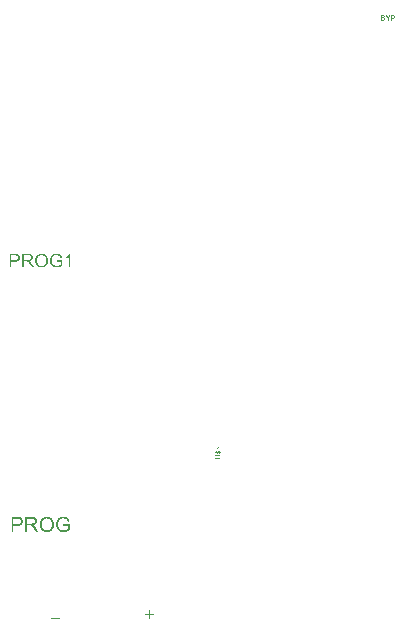
<source format=gto>
G04*
G04 #@! TF.GenerationSoftware,Altium Limited,Altium Designer,25.8.1 (18)*
G04*
G04 Layer_Color=65535*
%FSLAX44Y44*%
%MOMM*%
G71*
G04*
G04 #@! TF.SameCoordinates,422AF447-CE49-4BB0-B19B-A3A041D3FAC2*
G04*
G04*
G04 #@! TF.FilePolarity,Positive*
G04*
G01*
G75*
%ADD10C,0.0816*%
%ADD11C,0.0340*%
G36*
X107286Y451564D02*
X107404D01*
X107552Y451549D01*
X107700Y451535D01*
X108056Y451475D01*
X108426Y451401D01*
X108811Y451298D01*
X109196Y451165D01*
X109211D01*
X109240Y451150D01*
X109285Y451120D01*
X109359Y451091D01*
X109448Y451046D01*
X109537Y451002D01*
X109759Y450883D01*
X110010Y450720D01*
X110277Y450528D01*
X110529Y450306D01*
X110751Y450054D01*
Y450039D01*
X110780Y450024D01*
X110810Y449980D01*
X110840Y449921D01*
X110899Y449861D01*
X110943Y449772D01*
X111077Y449550D01*
X111225Y449284D01*
X111358Y448973D01*
X111506Y448603D01*
X111624Y448188D01*
X110262Y447818D01*
Y447833D01*
X110247Y447862D01*
X110232Y447907D01*
X110218Y447966D01*
X110159Y448114D01*
X110084Y448321D01*
X109996Y448529D01*
X109892Y448766D01*
X109759Y448988D01*
X109625Y449180D01*
X109611Y449210D01*
X109551Y449269D01*
X109462Y449358D01*
X109344Y449476D01*
X109196Y449595D01*
X109003Y449728D01*
X108781Y449861D01*
X108530Y449980D01*
X108515D01*
X108500Y449995D01*
X108411Y450024D01*
X108263Y450084D01*
X108070Y450143D01*
X107848Y450187D01*
X107582Y450246D01*
X107286Y450276D01*
X106975Y450291D01*
X106797D01*
X106708Y450276D01*
X106604D01*
X106368Y450246D01*
X106086Y450217D01*
X105775Y450158D01*
X105479Y450069D01*
X105183Y449965D01*
X105168D01*
X105153Y449950D01*
X105064Y449906D01*
X104916Y449847D01*
X104754Y449743D01*
X104561Y449624D01*
X104354Y449491D01*
X104146Y449314D01*
X103969Y449136D01*
X103954Y449106D01*
X103895Y449047D01*
X103806Y448943D01*
X103702Y448810D01*
X103598Y448647D01*
X103480Y448455D01*
X103362Y448232D01*
X103258Y448010D01*
Y447995D01*
X103243Y447966D01*
X103213Y447907D01*
X103199Y447833D01*
X103154Y447729D01*
X103125Y447611D01*
X103080Y447477D01*
X103050Y447329D01*
X102962Y446989D01*
X102902Y446604D01*
X102843Y446174D01*
X102828Y445715D01*
Y445700D01*
Y445641D01*
Y445567D01*
X102843Y445463D01*
Y445330D01*
X102858Y445182D01*
X102873Y445004D01*
X102888Y444827D01*
X102962Y444427D01*
X103050Y443997D01*
X103169Y443568D01*
X103347Y443168D01*
Y443153D01*
X103376Y443124D01*
X103406Y443064D01*
X103450Y443005D01*
X103495Y442916D01*
X103569Y442813D01*
X103732Y442591D01*
X103939Y442354D01*
X104206Y442087D01*
X104502Y441850D01*
X104857Y441643D01*
X104872D01*
X104902Y441628D01*
X104961Y441598D01*
X105035Y441569D01*
X105124Y441524D01*
X105242Y441495D01*
X105361Y441450D01*
X105509Y441406D01*
X105820Y441302D01*
X106175Y441228D01*
X106575Y441169D01*
X106989Y441154D01*
X107152D01*
X107241Y441169D01*
X107345D01*
X107597Y441199D01*
X107893Y441243D01*
X108204Y441317D01*
X108544Y441406D01*
X108900Y441524D01*
X108915D01*
X108944Y441539D01*
X108989Y441569D01*
X109048Y441584D01*
X109226Y441658D01*
X109433Y441761D01*
X109655Y441880D01*
X109892Y442013D01*
X110114Y442161D01*
X110321Y442324D01*
Y444456D01*
X106975D01*
Y445804D01*
X111802D01*
Y441569D01*
X111787Y441554D01*
X111758Y441524D01*
X111699Y441480D01*
X111610Y441421D01*
X111506Y441347D01*
X111388Y441273D01*
X111254Y441184D01*
X111106Y441080D01*
X110751Y440858D01*
X110366Y440651D01*
X109951Y440429D01*
X109507Y440251D01*
X109492D01*
X109448Y440236D01*
X109388Y440206D01*
X109300Y440177D01*
X109196Y440147D01*
X109063Y440118D01*
X108915Y440073D01*
X108766Y440029D01*
X108396Y439955D01*
X107982Y439881D01*
X107537Y439821D01*
X107078Y439807D01*
X106916D01*
X106797Y439821D01*
X106649D01*
X106471Y439851D01*
X106279Y439866D01*
X106071Y439896D01*
X105835Y439940D01*
X105597Y439984D01*
X105079Y440103D01*
X104561Y440280D01*
X104294Y440399D01*
X104028Y440517D01*
X104013Y440532D01*
X103969Y440547D01*
X103895Y440591D01*
X103806Y440651D01*
X103687Y440725D01*
X103554Y440814D01*
X103421Y440932D01*
X103258Y441050D01*
X103095Y441184D01*
X102932Y441347D01*
X102754Y441510D01*
X102591Y441702D01*
X102414Y441895D01*
X102251Y442117D01*
X102103Y442339D01*
X101969Y442591D01*
Y442605D01*
X101940Y442650D01*
X101910Y442724D01*
X101866Y442827D01*
X101807Y442961D01*
X101747Y443109D01*
X101688Y443287D01*
X101629Y443479D01*
X101555Y443701D01*
X101496Y443938D01*
X101436Y444175D01*
X101377Y444442D01*
X101303Y445019D01*
X101288Y445315D01*
X101273Y445626D01*
Y445641D01*
Y445700D01*
Y445789D01*
X101288Y445908D01*
Y446056D01*
X101303Y446233D01*
X101333Y446426D01*
X101362Y446648D01*
X101392Y446870D01*
X101436Y447122D01*
X101555Y447640D01*
X101733Y448188D01*
X101836Y448469D01*
X101955Y448736D01*
X101969Y448751D01*
X101984Y448795D01*
X102029Y448869D01*
X102088Y448973D01*
X102162Y449091D01*
X102251Y449225D01*
X102354Y449373D01*
X102473Y449536D01*
X102606Y449713D01*
X102754Y449891D01*
X102917Y450069D01*
X103095Y450246D01*
X103495Y450572D01*
X103717Y450735D01*
X103954Y450868D01*
X103969Y450883D01*
X104013Y450898D01*
X104087Y450928D01*
X104191Y450987D01*
X104309Y451031D01*
X104457Y451091D01*
X104635Y451165D01*
X104827Y451224D01*
X105035Y451298D01*
X105272Y451357D01*
X105509Y451416D01*
X105775Y451475D01*
X106353Y451549D01*
X106649Y451564D01*
X106960Y451579D01*
X107167D01*
X107286Y451564D01*
D02*
G37*
G36*
X118718Y439999D02*
X117326D01*
Y448899D01*
X117296Y448884D01*
X117237Y448825D01*
X117118Y448721D01*
X116970Y448603D01*
X116778Y448455D01*
X116541Y448292D01*
X116289Y448114D01*
X115993Y447936D01*
X115978D01*
X115963Y447921D01*
X115919Y447892D01*
X115860Y447862D01*
X115697Y447773D01*
X115504Y447670D01*
X115282Y447551D01*
X115030Y447433D01*
X114779Y447314D01*
X114527Y447211D01*
Y448573D01*
X114542D01*
X114586Y448603D01*
X114645Y448632D01*
X114719Y448677D01*
X114823Y448721D01*
X114942Y448795D01*
X115223Y448943D01*
X115534Y449136D01*
X115889Y449373D01*
X116230Y449624D01*
X116570Y449906D01*
X116585Y449921D01*
X116615Y449935D01*
X116659Y449980D01*
X116719Y450039D01*
X116867Y450187D01*
X117059Y450395D01*
X117252Y450617D01*
X117459Y450883D01*
X117651Y451150D01*
X117814Y451431D01*
X118718D01*
Y439999D01*
D02*
G37*
G36*
X83252Y451372D02*
X83385D01*
X83548Y451357D01*
X83726Y451342D01*
X84096Y451313D01*
X84481Y451253D01*
X84851Y451179D01*
X85029Y451135D01*
X85177Y451076D01*
X85192D01*
X85207Y451061D01*
X85251Y451046D01*
X85310Y451016D01*
X85458Y450942D01*
X85636Y450824D01*
X85843Y450676D01*
X86051Y450483D01*
X86258Y450246D01*
X86451Y449980D01*
Y449965D01*
X86465Y449950D01*
X86495Y449906D01*
X86525Y449847D01*
X86599Y449684D01*
X86687Y449476D01*
X86776Y449225D01*
X86850Y448928D01*
X86910Y448603D01*
X86924Y448262D01*
Y448247D01*
Y448203D01*
Y448144D01*
X86910Y448055D01*
X86895Y447951D01*
X86880Y447833D01*
X86821Y447551D01*
X86732Y447225D01*
X86599Y446885D01*
X86510Y446722D01*
X86406Y446544D01*
X86273Y446381D01*
X86140Y446219D01*
X86125Y446204D01*
X86110Y446189D01*
X86051Y446144D01*
X85991Y446085D01*
X85903Y446026D01*
X85799Y445952D01*
X85681Y445863D01*
X85547Y445774D01*
X85384Y445686D01*
X85207Y445597D01*
X84999Y445508D01*
X84777Y445419D01*
X84540Y445345D01*
X84289Y445271D01*
X84007Y445212D01*
X83711Y445167D01*
X83741Y445152D01*
X83815Y445123D01*
X83918Y445064D01*
X84052Y444990D01*
X84348Y444797D01*
X84481Y444693D01*
X84614Y444590D01*
X84629D01*
X84644Y444560D01*
X84733Y444486D01*
X84851Y444353D01*
X85029Y444175D01*
X85221Y443968D01*
X85429Y443701D01*
X85651Y443405D01*
X85873Y443079D01*
X87843Y439999D01*
X85947D01*
X84451Y442354D01*
Y442368D01*
X84422Y442398D01*
X84392Y442457D01*
X84348Y442517D01*
X84289Y442605D01*
X84214Y442709D01*
X84066Y442931D01*
X83889Y443183D01*
X83711Y443435D01*
X83533Y443686D01*
X83356Y443909D01*
X83341Y443938D01*
X83282Y443997D01*
X83208Y444101D01*
X83104Y444205D01*
X82985Y444338D01*
X82852Y444471D01*
X82719Y444575D01*
X82586Y444678D01*
X82571Y444693D01*
X82526Y444708D01*
X82467Y444753D01*
X82378Y444797D01*
X82275Y444856D01*
X82156Y444901D01*
X81904Y444990D01*
X81890D01*
X81860Y445004D01*
X81801D01*
X81712Y445019D01*
X81593Y445034D01*
X81445D01*
X81283Y445049D01*
X79328D01*
Y439999D01*
X77817D01*
Y451387D01*
X83119D01*
X83252Y451372D01*
D02*
G37*
G36*
X72131D02*
X72397Y451357D01*
X72694Y451342D01*
X72975Y451313D01*
X73212Y451268D01*
X73256D01*
X73286Y451253D01*
X73345Y451239D01*
X73508Y451209D01*
X73701Y451150D01*
X73923Y451076D01*
X74145Y450987D01*
X74382Y450868D01*
X74604Y450735D01*
X74634Y450720D01*
X74693Y450661D01*
X74811Y450572D01*
X74930Y450454D01*
X75078Y450306D01*
X75241Y450113D01*
X75389Y449891D01*
X75522Y449639D01*
Y449624D01*
X75537Y449610D01*
X75552Y449565D01*
X75581Y449521D01*
X75641Y449373D01*
X75700Y449180D01*
X75759Y448943D01*
X75818Y448677D01*
X75863Y448395D01*
X75877Y448084D01*
Y448070D01*
Y448025D01*
Y447951D01*
X75863Y447848D01*
X75848Y447714D01*
X75833Y447566D01*
X75803Y447403D01*
X75759Y447240D01*
X75655Y446841D01*
X75581Y446648D01*
X75478Y446441D01*
X75374Y446233D01*
X75255Y446026D01*
X75107Y445819D01*
X74945Y445626D01*
X74930Y445611D01*
X74900Y445582D01*
X74841Y445537D01*
X74767Y445463D01*
X74663Y445389D01*
X74530Y445315D01*
X74367Y445212D01*
X74189Y445123D01*
X73967Y445034D01*
X73730Y444945D01*
X73449Y444856D01*
X73153Y444782D01*
X72812Y444708D01*
X72442Y444664D01*
X72042Y444634D01*
X71613Y444619D01*
X68710D01*
Y439999D01*
X67200D01*
Y451387D01*
X71879D01*
X72131Y451372D01*
D02*
G37*
G36*
X94551Y451564D02*
X94684Y451549D01*
X94847Y451535D01*
X95024Y451520D01*
X95232Y451490D01*
X95661Y451401D01*
X96135Y451268D01*
X96387Y451179D01*
X96624Y451076D01*
X96875Y450957D01*
X97112Y450824D01*
X97127Y450809D01*
X97172Y450794D01*
X97231Y450750D01*
X97320Y450691D01*
X97423Y450602D01*
X97557Y450513D01*
X97690Y450409D01*
X97838Y450276D01*
X97986Y450143D01*
X98149Y449980D01*
X98312Y449802D01*
X98475Y449624D01*
X98623Y449417D01*
X98771Y449195D01*
X99052Y448721D01*
X99067Y448706D01*
X99082Y448662D01*
X99111Y448588D01*
X99156Y448484D01*
X99200Y448351D01*
X99260Y448203D01*
X99319Y448025D01*
X99393Y447833D01*
X99452Y447625D01*
X99511Y447388D01*
X99571Y447137D01*
X99615Y446870D01*
X99689Y446293D01*
X99719Y445982D01*
Y445671D01*
Y445656D01*
Y445597D01*
Y445508D01*
X99704Y445374D01*
Y445226D01*
X99689Y445049D01*
X99659Y444856D01*
X99630Y444634D01*
X99585Y444397D01*
X99541Y444145D01*
X99423Y443627D01*
X99245Y443094D01*
X99126Y442827D01*
X99008Y442561D01*
X98993Y442546D01*
X98978Y442502D01*
X98934Y442428D01*
X98875Y442339D01*
X98801Y442220D01*
X98727Y442087D01*
X98623Y441954D01*
X98504Y441791D01*
X98371Y441628D01*
X98223Y441465D01*
X97882Y441124D01*
X97483Y440784D01*
X97261Y440636D01*
X97024Y440503D01*
X97009D01*
X96964Y440473D01*
X96890Y440443D01*
X96802Y440399D01*
X96683Y440340D01*
X96550Y440280D01*
X96387Y440221D01*
X96209Y440162D01*
X96002Y440088D01*
X95794Y440029D01*
X95321Y439910D01*
X94817Y439836D01*
X94551Y439821D01*
X94269Y439807D01*
X94106D01*
X94003Y439821D01*
X93855Y439836D01*
X93692Y439851D01*
X93514Y439866D01*
X93307Y439910D01*
X92863Y439999D01*
X92374Y440132D01*
X92122Y440221D01*
X91885Y440325D01*
X91633Y440443D01*
X91397Y440577D01*
X91382Y440591D01*
X91337Y440606D01*
X91278Y440651D01*
X91189Y440725D01*
X91086Y440799D01*
X90967Y440888D01*
X90834Y441006D01*
X90686Y441124D01*
X90538Y441273D01*
X90375Y441436D01*
X90212Y441613D01*
X90064Y441791D01*
X89753Y442220D01*
X89486Y442694D01*
Y442709D01*
X89457Y442753D01*
X89427Y442827D01*
X89382Y442931D01*
X89338Y443050D01*
X89279Y443198D01*
X89220Y443375D01*
X89160Y443553D01*
X89101Y443760D01*
X89042Y443983D01*
X88938Y444456D01*
X88864Y444990D01*
X88849Y445256D01*
X88835Y445537D01*
Y445552D01*
Y445567D01*
Y445611D01*
Y445656D01*
X88849Y445804D01*
X88864Y446011D01*
X88879Y446248D01*
X88909Y446515D01*
X88968Y446826D01*
X89027Y447151D01*
X89101Y447507D01*
X89205Y447862D01*
X89323Y448232D01*
X89471Y448603D01*
X89649Y448958D01*
X89842Y449314D01*
X90078Y449654D01*
X90345Y449965D01*
X90360Y449980D01*
X90419Y450039D01*
X90508Y450113D01*
X90626Y450217D01*
X90774Y450335D01*
X90952Y450483D01*
X91174Y450617D01*
X91411Y450779D01*
X91678Y450928D01*
X91974Y451076D01*
X92300Y451209D01*
X92655Y451327D01*
X93025Y451431D01*
X93425Y451505D01*
X93840Y451564D01*
X94284Y451579D01*
X94432D01*
X94551Y451564D01*
D02*
G37*
G36*
X113149Y228795D02*
X113280D01*
X113443Y228778D01*
X113607Y228762D01*
X114001Y228696D01*
X114410Y228615D01*
X114836Y228500D01*
X115262Y228352D01*
X115278D01*
X115311Y228336D01*
X115360Y228303D01*
X115442Y228270D01*
X115541Y228221D01*
X115639Y228172D01*
X115885Y228041D01*
X116163Y227861D01*
X116458Y227648D01*
X116736Y227402D01*
X116982Y227124D01*
Y227107D01*
X117015Y227091D01*
X117048Y227042D01*
X117081Y226976D01*
X117146Y226911D01*
X117195Y226812D01*
X117343Y226567D01*
X117507Y226272D01*
X117654Y225928D01*
X117818Y225518D01*
X117949Y225059D01*
X116442Y224650D01*
Y224666D01*
X116425Y224699D01*
X116409Y224748D01*
X116392Y224814D01*
X116327Y224977D01*
X116245Y225207D01*
X116147Y225436D01*
X116032Y225698D01*
X115885Y225944D01*
X115737Y226157D01*
X115721Y226190D01*
X115655Y226255D01*
X115557Y226354D01*
X115426Y226485D01*
X115262Y226616D01*
X115049Y226763D01*
X114803Y226911D01*
X114525Y227042D01*
X114508D01*
X114492Y227058D01*
X114394Y227091D01*
X114230Y227156D01*
X114017Y227222D01*
X113771Y227271D01*
X113476Y227337D01*
X113149Y227369D01*
X112805Y227386D01*
X112608D01*
X112510Y227369D01*
X112395D01*
X112133Y227337D01*
X111822Y227304D01*
X111478Y227238D01*
X111150Y227140D01*
X110822Y227025D01*
X110806D01*
X110789Y227009D01*
X110691Y226960D01*
X110527Y226894D01*
X110347Y226780D01*
X110134Y226649D01*
X109905Y226501D01*
X109675Y226304D01*
X109479Y226108D01*
X109462Y226075D01*
X109397Y226010D01*
X109299Y225895D01*
X109184Y225748D01*
X109069Y225567D01*
X108938Y225354D01*
X108807Y225109D01*
X108693Y224863D01*
Y224846D01*
X108676Y224814D01*
X108643Y224748D01*
X108627Y224666D01*
X108578Y224552D01*
X108545Y224420D01*
X108496Y224273D01*
X108463Y224109D01*
X108365Y223732D01*
X108299Y223306D01*
X108234Y222831D01*
X108217Y222323D01*
Y222307D01*
Y222241D01*
Y222160D01*
X108234Y222045D01*
Y221897D01*
X108250Y221734D01*
X108266Y221537D01*
X108283Y221340D01*
X108365Y220898D01*
X108463Y220423D01*
X108594Y219948D01*
X108791Y219506D01*
Y219489D01*
X108823Y219456D01*
X108856Y219391D01*
X108905Y219325D01*
X108955Y219227D01*
X109037Y219112D01*
X109217Y218867D01*
X109446Y218605D01*
X109741Y218310D01*
X110069Y218047D01*
X110462Y217818D01*
X110478D01*
X110511Y217802D01*
X110576Y217769D01*
X110658Y217736D01*
X110757Y217687D01*
X110888Y217654D01*
X111019Y217605D01*
X111183Y217556D01*
X111527Y217441D01*
X111920Y217359D01*
X112362Y217294D01*
X112821Y217277D01*
X113001D01*
X113099Y217294D01*
X113214D01*
X113493Y217327D01*
X113820Y217376D01*
X114164Y217458D01*
X114541Y217556D01*
X114934Y217687D01*
X114951D01*
X114984Y217703D01*
X115033Y217736D01*
X115098Y217752D01*
X115295Y217834D01*
X115524Y217949D01*
X115770Y218080D01*
X116032Y218228D01*
X116278Y218391D01*
X116507Y218572D01*
Y220931D01*
X112805D01*
Y222422D01*
X118146D01*
Y217736D01*
X118129Y217720D01*
X118096Y217687D01*
X118031Y217638D01*
X117933Y217572D01*
X117818Y217490D01*
X117687Y217409D01*
X117539Y217310D01*
X117375Y217195D01*
X116982Y216950D01*
X116556Y216720D01*
X116098Y216475D01*
X115606Y216278D01*
X115590D01*
X115541Y216262D01*
X115475Y216229D01*
X115377Y216196D01*
X115262Y216163D01*
X115115Y216131D01*
X114951Y216082D01*
X114787Y216032D01*
X114377Y215950D01*
X113919Y215868D01*
X113427Y215803D01*
X112919Y215787D01*
X112739D01*
X112608Y215803D01*
X112444D01*
X112248Y215836D01*
X112035Y215852D01*
X111805Y215885D01*
X111543Y215934D01*
X111281Y215983D01*
X110708Y216114D01*
X110134Y216311D01*
X109839Y216442D01*
X109544Y216573D01*
X109528Y216589D01*
X109479Y216606D01*
X109397Y216655D01*
X109299Y216720D01*
X109168Y216802D01*
X109020Y216901D01*
X108873Y217032D01*
X108693Y217163D01*
X108512Y217310D01*
X108332Y217490D01*
X108135Y217671D01*
X107955Y217884D01*
X107759Y218097D01*
X107578Y218342D01*
X107415Y218588D01*
X107267Y218867D01*
Y218883D01*
X107234Y218932D01*
X107202Y219014D01*
X107153Y219129D01*
X107087Y219276D01*
X107021Y219440D01*
X106956Y219637D01*
X106890Y219850D01*
X106808Y220095D01*
X106743Y220357D01*
X106677Y220620D01*
X106612Y220914D01*
X106530Y221553D01*
X106514Y221881D01*
X106497Y222225D01*
Y222241D01*
Y222307D01*
Y222405D01*
X106514Y222536D01*
Y222700D01*
X106530Y222897D01*
X106563Y223110D01*
X106595Y223356D01*
X106628Y223601D01*
X106677Y223880D01*
X106808Y224453D01*
X107005Y225059D01*
X107120Y225371D01*
X107251Y225665D01*
X107267Y225682D01*
X107283Y225731D01*
X107333Y225813D01*
X107398Y225928D01*
X107480Y226059D01*
X107578Y226206D01*
X107693Y226370D01*
X107824Y226550D01*
X107972Y226747D01*
X108135Y226943D01*
X108316Y227140D01*
X108512Y227337D01*
X108955Y227697D01*
X109200Y227877D01*
X109462Y228025D01*
X109479Y228041D01*
X109528Y228057D01*
X109610Y228090D01*
X109725Y228156D01*
X109856Y228205D01*
X110020Y228270D01*
X110216Y228352D01*
X110429Y228418D01*
X110658Y228500D01*
X110921Y228565D01*
X111183Y228631D01*
X111478Y228696D01*
X112116Y228778D01*
X112444Y228795D01*
X112788Y228811D01*
X113018D01*
X113149Y228795D01*
D02*
G37*
G36*
X86559Y228582D02*
X86706D01*
X86887Y228565D01*
X87083Y228549D01*
X87493Y228516D01*
X87919Y228451D01*
X88328Y228369D01*
X88525Y228320D01*
X88689Y228254D01*
X88705D01*
X88722Y228238D01*
X88771Y228221D01*
X88836Y228188D01*
X89000Y228107D01*
X89197Y227976D01*
X89426Y227812D01*
X89655Y227599D01*
X89885Y227337D01*
X90098Y227042D01*
Y227025D01*
X90114Y227009D01*
X90147Y226960D01*
X90180Y226894D01*
X90262Y226714D01*
X90360Y226485D01*
X90458Y226206D01*
X90540Y225879D01*
X90606Y225518D01*
X90622Y225141D01*
Y225125D01*
Y225076D01*
Y225010D01*
X90606Y224912D01*
X90589Y224797D01*
X90573Y224666D01*
X90507Y224355D01*
X90409Y223995D01*
X90262Y223618D01*
X90163Y223437D01*
X90049Y223241D01*
X89901Y223061D01*
X89754Y222880D01*
X89737Y222864D01*
X89721Y222848D01*
X89655Y222799D01*
X89590Y222733D01*
X89492Y222667D01*
X89377Y222586D01*
X89246Y222487D01*
X89098Y222389D01*
X88918Y222291D01*
X88722Y222192D01*
X88492Y222094D01*
X88246Y221996D01*
X87984Y221914D01*
X87706Y221832D01*
X87395Y221766D01*
X87067Y221717D01*
X87100Y221701D01*
X87182Y221668D01*
X87296Y221603D01*
X87444Y221521D01*
X87771Y221308D01*
X87919Y221193D01*
X88066Y221078D01*
X88083D01*
X88099Y221045D01*
X88197Y220964D01*
X88328Y220816D01*
X88525Y220620D01*
X88738Y220390D01*
X88967Y220095D01*
X89213Y219768D01*
X89459Y219407D01*
X91638Y216000D01*
X89541D01*
X87886Y218605D01*
Y218621D01*
X87853Y218654D01*
X87821Y218719D01*
X87771Y218785D01*
X87706Y218883D01*
X87624Y218998D01*
X87460Y219243D01*
X87263Y219522D01*
X87067Y219800D01*
X86870Y220079D01*
X86674Y220325D01*
X86657Y220357D01*
X86592Y220423D01*
X86510Y220538D01*
X86395Y220652D01*
X86264Y220800D01*
X86117Y220947D01*
X85969Y221062D01*
X85822Y221177D01*
X85805Y221193D01*
X85756Y221209D01*
X85691Y221259D01*
X85592Y221308D01*
X85478Y221373D01*
X85347Y221422D01*
X85068Y221521D01*
X85052D01*
X85019Y221537D01*
X84953D01*
X84855Y221553D01*
X84724Y221570D01*
X84560D01*
X84380Y221586D01*
X82218D01*
Y216000D01*
X80547D01*
Y228598D01*
X86412D01*
X86559Y228582D01*
D02*
G37*
G36*
X74255D02*
X74550Y228565D01*
X74878Y228549D01*
X75189Y228516D01*
X75451Y228467D01*
X75500D01*
X75533Y228451D01*
X75599Y228434D01*
X75779Y228402D01*
X75992Y228336D01*
X76238Y228254D01*
X76483Y228156D01*
X76746Y228025D01*
X76991Y227877D01*
X77024Y227861D01*
X77090Y227795D01*
X77221Y227697D01*
X77352Y227566D01*
X77516Y227402D01*
X77696Y227189D01*
X77860Y226943D01*
X78007Y226665D01*
Y226649D01*
X78024Y226632D01*
X78040Y226583D01*
X78073Y226534D01*
X78138Y226370D01*
X78204Y226157D01*
X78269Y225895D01*
X78335Y225600D01*
X78384Y225289D01*
X78400Y224945D01*
Y224928D01*
Y224879D01*
Y224797D01*
X78384Y224683D01*
X78368Y224535D01*
X78351Y224371D01*
X78318Y224191D01*
X78269Y224011D01*
X78155Y223568D01*
X78073Y223356D01*
X77958Y223126D01*
X77843Y222897D01*
X77712Y222667D01*
X77548Y222438D01*
X77368Y222225D01*
X77352Y222209D01*
X77319Y222176D01*
X77253Y222127D01*
X77172Y222045D01*
X77057Y221963D01*
X76909Y221881D01*
X76729Y221766D01*
X76533Y221668D01*
X76287Y221570D01*
X76025Y221472D01*
X75714Y221373D01*
X75386Y221291D01*
X75009Y221209D01*
X74599Y221160D01*
X74157Y221127D01*
X73682Y221111D01*
X70471D01*
Y216000D01*
X68800D01*
Y228598D01*
X73977D01*
X74255Y228582D01*
D02*
G37*
G36*
X99059Y228795D02*
X99207Y228778D01*
X99387Y228762D01*
X99584Y228745D01*
X99813Y228713D01*
X100288Y228615D01*
X100812Y228467D01*
X101091Y228369D01*
X101353Y228254D01*
X101631Y228123D01*
X101894Y227976D01*
X101910Y227959D01*
X101959Y227943D01*
X102025Y227894D01*
X102123Y227828D01*
X102238Y227730D01*
X102385Y227631D01*
X102533Y227517D01*
X102696Y227369D01*
X102860Y227222D01*
X103040Y227042D01*
X103221Y226845D01*
X103401Y226649D01*
X103565Y226419D01*
X103728Y226173D01*
X104040Y225649D01*
X104056Y225633D01*
X104073Y225584D01*
X104105Y225502D01*
X104154Y225387D01*
X104204Y225240D01*
X104269Y225076D01*
X104335Y224879D01*
X104417Y224666D01*
X104482Y224437D01*
X104548Y224175D01*
X104613Y223896D01*
X104662Y223601D01*
X104744Y222962D01*
X104777Y222618D01*
Y222274D01*
Y222258D01*
Y222192D01*
Y222094D01*
X104761Y221947D01*
Y221783D01*
X104744Y221586D01*
X104711Y221373D01*
X104679Y221127D01*
X104629Y220865D01*
X104580Y220587D01*
X104449Y220013D01*
X104253Y219424D01*
X104122Y219129D01*
X103990Y218834D01*
X103974Y218817D01*
X103958Y218768D01*
X103909Y218686D01*
X103843Y218588D01*
X103761Y218457D01*
X103679Y218310D01*
X103565Y218162D01*
X103434Y217982D01*
X103286Y217802D01*
X103122Y217621D01*
X102745Y217245D01*
X102303Y216868D01*
X102057Y216704D01*
X101795Y216557D01*
X101779D01*
X101730Y216524D01*
X101648Y216491D01*
X101550Y216442D01*
X101418Y216376D01*
X101271Y216311D01*
X101091Y216245D01*
X100894Y216180D01*
X100665Y216098D01*
X100435Y216032D01*
X99911Y215901D01*
X99354Y215819D01*
X99059Y215803D01*
X98748Y215787D01*
X98568D01*
X98453Y215803D01*
X98289Y215819D01*
X98109Y215836D01*
X97913Y215852D01*
X97683Y215901D01*
X97192Y216000D01*
X96651Y216147D01*
X96372Y216245D01*
X96110Y216360D01*
X95832Y216491D01*
X95570Y216639D01*
X95553Y216655D01*
X95504Y216671D01*
X95439Y216720D01*
X95340Y216802D01*
X95226Y216884D01*
X95095Y216982D01*
X94947Y217114D01*
X94783Y217245D01*
X94620Y217409D01*
X94439Y217589D01*
X94259Y217785D01*
X94095Y217982D01*
X93751Y218457D01*
X93456Y218981D01*
Y218998D01*
X93424Y219047D01*
X93391Y219129D01*
X93342Y219243D01*
X93292Y219375D01*
X93227Y219538D01*
X93161Y219735D01*
X93096Y219932D01*
X93030Y220161D01*
X92965Y220407D01*
X92850Y220931D01*
X92768Y221521D01*
X92752Y221815D01*
X92735Y222127D01*
Y222143D01*
Y222160D01*
Y222209D01*
Y222258D01*
X92752Y222422D01*
X92768Y222651D01*
X92785Y222913D01*
X92817Y223208D01*
X92883Y223552D01*
X92948Y223913D01*
X93030Y224306D01*
X93145Y224699D01*
X93276Y225109D01*
X93440Y225518D01*
X93637Y225911D01*
X93849Y226304D01*
X94112Y226681D01*
X94406Y227025D01*
X94423Y227042D01*
X94488Y227107D01*
X94587Y227189D01*
X94718Y227304D01*
X94882Y227435D01*
X95078Y227599D01*
X95324Y227746D01*
X95586Y227926D01*
X95881Y228090D01*
X96209Y228254D01*
X96569Y228402D01*
X96962Y228533D01*
X97372Y228647D01*
X97814Y228729D01*
X98273Y228795D01*
X98764Y228811D01*
X98928D01*
X99059Y228795D01*
D02*
G37*
G36*
X244426Y287495D02*
X244473Y287490D01*
X244525Y287479D01*
X244583Y287469D01*
X244645Y287453D01*
X244713Y287432D01*
X244787Y287406D01*
X244860Y287374D01*
X244938Y287338D01*
X245012Y287291D01*
X245090Y287238D01*
X245163Y287181D01*
X245231Y287113D01*
X245237Y287108D01*
X245247Y287097D01*
X245263Y287076D01*
X245289Y287045D01*
X245315Y287008D01*
X245347Y286961D01*
X245378Y286909D01*
X245409Y286851D01*
X245446Y286783D01*
X245477Y286710D01*
X245509Y286632D01*
X245535Y286542D01*
X245561Y286454D01*
X245577Y286354D01*
X245587Y286255D01*
X245592Y286145D01*
Y286092D01*
X245587Y286056D01*
X245582Y286014D01*
X245577Y285962D01*
X245566Y285899D01*
X245550Y285836D01*
X245514Y285700D01*
X245488Y285627D01*
X245462Y285554D01*
X245425Y285475D01*
X245383Y285402D01*
X245336Y285334D01*
X245278Y285266D01*
X245273Y285261D01*
X245263Y285250D01*
X245247Y285234D01*
X245221Y285208D01*
X245189Y285182D01*
X245153Y285151D01*
X245106Y285119D01*
X245059Y285083D01*
X245001Y285051D01*
X244938Y285015D01*
X244870Y284983D01*
X244797Y284952D01*
X244719Y284921D01*
X244640Y284900D01*
X244551Y284879D01*
X244457Y284868D01*
X244389Y285360D01*
X244394D01*
X244410Y285365D01*
X244431Y285371D01*
X244457Y285376D01*
X244494Y285386D01*
X244530Y285397D01*
X244624Y285428D01*
X244724Y285465D01*
X244823Y285517D01*
X244923Y285574D01*
X244965Y285606D01*
X245001Y285643D01*
X245006Y285653D01*
X245027Y285679D01*
X245059Y285721D01*
X245090Y285784D01*
X245127Y285857D01*
X245153Y285941D01*
X245174Y286040D01*
X245184Y286145D01*
Y286182D01*
X245179Y286202D01*
Y286234D01*
X245174Y286270D01*
X245153Y286349D01*
X245127Y286443D01*
X245085Y286542D01*
X245022Y286642D01*
X244985Y286689D01*
X244944Y286736D01*
X244938Y286741D01*
X244933Y286747D01*
X244917Y286757D01*
X244902Y286773D01*
X244849Y286815D01*
X244776Y286856D01*
X244692Y286898D01*
X244588Y286940D01*
X244473Y286966D01*
X244410Y286977D01*
X244347D01*
X244342D01*
X244331D01*
X244316D01*
X244289Y286972D01*
X244263D01*
X244227Y286966D01*
X244148Y286951D01*
X244059Y286924D01*
X243965Y286883D01*
X243876Y286825D01*
X243829Y286794D01*
X243787Y286752D01*
X243777Y286741D01*
X243751Y286710D01*
X243719Y286663D01*
X243677Y286600D01*
X243636Y286516D01*
X243604Y286422D01*
X243578Y286312D01*
X243568Y286187D01*
Y286129D01*
X243573Y286092D01*
X243578Y286040D01*
X243588Y285977D01*
X243604Y285909D01*
X243620Y285836D01*
X243186Y285894D01*
Y285904D01*
X243191Y285920D01*
X243196Y285946D01*
Y286004D01*
X243191Y286024D01*
X243186Y286087D01*
X243175Y286161D01*
X243154Y286250D01*
X243128Y286344D01*
X243086Y286443D01*
X243034Y286537D01*
Y286542D01*
X243023Y286548D01*
X243002Y286579D01*
X242960Y286621D01*
X242908Y286668D01*
X242835Y286715D01*
X242746Y286752D01*
X242641Y286783D01*
X242584Y286789D01*
X242521Y286794D01*
X242516D01*
X242511D01*
X242474Y286789D01*
X242427Y286783D01*
X242364Y286773D01*
X242296Y286747D01*
X242223Y286715D01*
X242144Y286668D01*
X242076Y286605D01*
X242066Y286595D01*
X242045Y286574D01*
X242019Y286532D01*
X241982Y286480D01*
X241951Y286412D01*
X241919Y286328D01*
X241898Y286239D01*
X241893Y286134D01*
Y286108D01*
X241898Y286087D01*
X241904Y286030D01*
X241914Y285962D01*
X241940Y285889D01*
X241972Y285805D01*
X242013Y285726D01*
X242076Y285648D01*
X242087Y285637D01*
X242108Y285616D01*
X242150Y285585D01*
X242212Y285548D01*
X242285Y285506D01*
X242380Y285465D01*
X242490Y285433D01*
X242615Y285407D01*
X242526Y284915D01*
X242521D01*
X242505Y284921D01*
X242479Y284926D01*
X242442Y284936D01*
X242406Y284947D01*
X242353Y284962D01*
X242301Y284978D01*
X242244Y284999D01*
X242123Y285056D01*
X241998Y285125D01*
X241872Y285214D01*
X241815Y285266D01*
X241762Y285323D01*
X241757Y285329D01*
X241752Y285339D01*
X241736Y285355D01*
X241720Y285381D01*
X241700Y285412D01*
X241673Y285449D01*
X241647Y285496D01*
X241621Y285543D01*
X241600Y285601D01*
X241574Y285658D01*
X241527Y285794D01*
X241495Y285951D01*
X241490Y286035D01*
X241485Y286124D01*
Y286182D01*
X241490Y286208D01*
Y286244D01*
X241501Y286323D01*
X241522Y286417D01*
X241542Y286516D01*
X241579Y286621D01*
X241626Y286726D01*
Y286731D01*
X241632Y286736D01*
X241642Y286752D01*
X241652Y286773D01*
X241684Y286820D01*
X241726Y286883D01*
X241783Y286951D01*
X241851Y287024D01*
X241924Y287092D01*
X242013Y287150D01*
X242019D01*
X242024Y287155D01*
X242055Y287176D01*
X242108Y287197D01*
X242170Y287228D01*
X242249Y287254D01*
X242338Y287280D01*
X242432Y287296D01*
X242531Y287301D01*
X242537D01*
X242542D01*
X242573D01*
X242626Y287296D01*
X242688Y287285D01*
X242762Y287265D01*
X242840Y287244D01*
X242924Y287207D01*
X243008Y287160D01*
X243018Y287155D01*
X243044Y287134D01*
X243081Y287102D01*
X243128Y287055D01*
X243186Y286998D01*
X243243Y286924D01*
X243295Y286841D01*
X243348Y286747D01*
Y286752D01*
X243353Y286762D01*
X243358Y286783D01*
X243363Y286804D01*
X243374Y286835D01*
X243390Y286872D01*
X243421Y286951D01*
X243468Y287040D01*
X243531Y287129D01*
X243604Y287223D01*
X243693Y287301D01*
X243698D01*
X243703Y287312D01*
X243719Y287322D01*
X243740Y287333D01*
X243766Y287348D01*
X243792Y287364D01*
X243871Y287401D01*
X243965Y287437D01*
X244075Y287469D01*
X244195Y287490D01*
X244337Y287500D01*
X244342D01*
X244358D01*
X244389D01*
X244426Y287495D01*
D02*
G37*
G36*
X244467Y284361D02*
X244515Y284355D01*
X244562Y284350D01*
X244619Y284340D01*
X244682Y284324D01*
X244818Y284287D01*
X244886Y284261D01*
X244959Y284225D01*
X245033Y284188D01*
X245101Y284146D01*
X245169Y284094D01*
X245237Y284036D01*
X245242Y284031D01*
X245252Y284021D01*
X245268Y284005D01*
X245289Y283979D01*
X245315Y283947D01*
X245347Y283905D01*
X245378Y283864D01*
X245409Y283811D01*
X245441Y283754D01*
X245477Y283691D01*
X245509Y283623D01*
X245535Y283544D01*
X245561Y283466D01*
X245582Y283382D01*
X245592Y283293D01*
X245603Y283199D01*
X246100D01*
Y282906D01*
X245608D01*
Y282890D01*
X245603Y282869D01*
X245598Y282843D01*
X245592Y282812D01*
X245587Y282775D01*
X245571Y282691D01*
X245545Y282597D01*
X245519Y282493D01*
X245488Y282393D01*
X245446Y282299D01*
X245441Y282289D01*
X245425Y282262D01*
X245394Y282215D01*
X245352Y282163D01*
X245299Y282100D01*
X245231Y282032D01*
X245153Y281964D01*
X245059Y281901D01*
X245054D01*
X245048Y281896D01*
X245033Y281886D01*
X245012Y281875D01*
X244985Y281859D01*
X244954Y281849D01*
X244876Y281812D01*
X244781Y281781D01*
X244671Y281750D01*
X244546Y281723D01*
X244405Y281708D01*
X244310Y282205D01*
X244316D01*
X244326Y282210D01*
X244347D01*
X244379Y282215D01*
X244410Y282221D01*
X244447Y282231D01*
X244536Y282252D01*
X244630Y282278D01*
X244729Y282315D01*
X244818Y282357D01*
X244897Y282404D01*
X244902D01*
X244907Y282414D01*
X244938Y282440D01*
X244980Y282487D01*
X245033Y282545D01*
X245085Y282618D01*
X245132Y282702D01*
X245169Y282801D01*
X245184Y282854D01*
X245189Y282906D01*
X243641D01*
Y282901D01*
X243636Y282890D01*
X243630Y282875D01*
X243625Y282854D01*
X243615Y282827D01*
X243604Y282791D01*
X243578Y282712D01*
X243541Y282618D01*
X243499Y282514D01*
X243447Y282404D01*
X243384Y282283D01*
X243379Y282273D01*
X243358Y282241D01*
X243332Y282200D01*
X243290Y282147D01*
X243238Y282090D01*
X243175Y282027D01*
X243107Y281969D01*
X243023Y281917D01*
X243018D01*
X243013Y281912D01*
X242981Y281896D01*
X242934Y281875D01*
X242866Y281854D01*
X242793Y281833D01*
X242699Y281812D01*
X242600Y281797D01*
X242495Y281791D01*
X242490D01*
X242474D01*
X242442D01*
X242406Y281797D01*
X242364Y281802D01*
X242312Y281812D01*
X242254Y281823D01*
X242191Y281839D01*
X242123Y281859D01*
X242055Y281880D01*
X241982Y281912D01*
X241914Y281949D01*
X241841Y281990D01*
X241773Y282043D01*
X241705Y282100D01*
X241642Y282163D01*
X241637Y282168D01*
X241632Y282174D01*
X241621Y282189D01*
X241605Y282210D01*
X241590Y282236D01*
X241569Y282268D01*
X241548Y282304D01*
X241527Y282351D01*
X241501Y282398D01*
X241480Y282456D01*
X241454Y282514D01*
X241433Y282582D01*
X241412Y282655D01*
X241396Y282733D01*
X241380Y282817D01*
X241370Y282906D01*
X241134D01*
Y283199D01*
X241370D01*
Y283220D01*
X241375Y283241D01*
X241380Y283267D01*
X241385Y283304D01*
X241396Y283346D01*
X241417Y283445D01*
X241448Y283550D01*
X241495Y283665D01*
X241553Y283775D01*
X241626Y283874D01*
X241632Y283879D01*
X241637Y283890D01*
X241652Y283905D01*
X241673Y283926D01*
X241705Y283953D01*
X241736Y283979D01*
X241773Y284010D01*
X241820Y284047D01*
X241867Y284078D01*
X241924Y284115D01*
X241982Y284146D01*
X242050Y284177D01*
X242197Y284230D01*
X242280Y284251D01*
X242364Y284266D01*
X242442Y283759D01*
X242437D01*
X242432D01*
X242416Y283754D01*
X242395Y283748D01*
X242343Y283738D01*
X242280Y283717D01*
X242207Y283691D01*
X242134Y283659D01*
X242061Y283618D01*
X241998Y283570D01*
X241992Y283565D01*
X241972Y283544D01*
X241945Y283513D01*
X241914Y283471D01*
X241877Y283419D01*
X241841Y283356D01*
X241815Y283283D01*
X241788Y283199D01*
X243206D01*
Y283204D01*
X243212Y283215D01*
X243217Y283236D01*
X243222Y283257D01*
X243243Y283325D01*
X243264Y283398D01*
X243285Y283482D01*
X243311Y283565D01*
X243337Y283633D01*
X243348Y283665D01*
X243358Y283691D01*
Y283696D01*
X243363Y283701D01*
X243374Y283727D01*
X243395Y283769D01*
X243426Y283822D01*
X243463Y283879D01*
X243505Y283942D01*
X243552Y284005D01*
X243604Y284062D01*
X243609Y284068D01*
X243630Y284088D01*
X243662Y284115D01*
X243703Y284146D01*
X243751Y284183D01*
X243813Y284219D01*
X243876Y284256D01*
X243949Y284287D01*
X243960Y284293D01*
X243986Y284298D01*
X244023Y284314D01*
X244080Y284329D01*
X244143Y284340D01*
X244216Y284355D01*
X244295Y284361D01*
X244384Y284366D01*
X244389D01*
X244405D01*
X244431D01*
X244467Y284361D01*
D02*
G37*
G36*
X243981Y281049D02*
X244038D01*
X244106Y281043D01*
X244174Y281038D01*
X244331Y281017D01*
X244494Y280996D01*
X244651Y280960D01*
X244724Y280939D01*
X244792Y280912D01*
X244797D01*
X244807Y280907D01*
X244828Y280897D01*
X244849Y280886D01*
X244881Y280871D01*
X244917Y280850D01*
X244996Y280797D01*
X245090Y280729D01*
X245184Y280646D01*
X245284Y280541D01*
X245331Y280478D01*
X245373Y280415D01*
Y280410D01*
X245383Y280400D01*
X245394Y280379D01*
X245409Y280353D01*
X245425Y280316D01*
X245441Y280274D01*
X245462Y280222D01*
X245483Y280164D01*
X245503Y280101D01*
X245524Y280028D01*
X245540Y279955D01*
X245556Y279871D01*
X245571Y279782D01*
X245582Y279688D01*
X245587Y279583D01*
X245592Y279479D01*
Y279426D01*
X245587Y279385D01*
Y279338D01*
X245582Y279280D01*
X245577Y279217D01*
X245566Y279149D01*
X245545Y279003D01*
X245509Y278851D01*
X245462Y278694D01*
X245399Y278553D01*
Y278547D01*
X245388Y278537D01*
X245378Y278516D01*
X245362Y278495D01*
X245320Y278432D01*
X245257Y278354D01*
X245179Y278270D01*
X245080Y278186D01*
X244970Y278108D01*
X244839Y278040D01*
X244834D01*
X244823Y278035D01*
X244802Y278024D01*
X244771Y278019D01*
X244734Y278003D01*
X244687Y277993D01*
X244635Y277977D01*
X244572Y277967D01*
X244504Y277951D01*
X244431Y277935D01*
X244347Y277925D01*
X244258Y277914D01*
X244159Y277904D01*
X244054Y277893D01*
X243944Y277888D01*
X243829D01*
X241501D01*
Y278422D01*
X243824D01*
X243829D01*
X243845D01*
X243876D01*
X243908D01*
X243955Y278427D01*
X244002D01*
X244059Y278432D01*
X244117D01*
X244242Y278443D01*
X244373Y278464D01*
X244494Y278485D01*
X244546Y278500D01*
X244598Y278516D01*
X244604D01*
X244609Y278521D01*
X244640Y278537D01*
X244682Y278558D01*
X244739Y278594D01*
X244797Y278642D01*
X244865Y278699D01*
X244923Y278767D01*
X244980Y278851D01*
Y278856D01*
X244985Y278861D01*
X245001Y278893D01*
X245022Y278945D01*
X245043Y279013D01*
X245069Y279097D01*
X245090Y279196D01*
X245106Y279306D01*
X245111Y279432D01*
Y279489D01*
X245106Y279526D01*
X245101Y279573D01*
X245095Y279631D01*
X245090Y279693D01*
X245080Y279756D01*
X245048Y279892D01*
X245001Y280033D01*
X244970Y280096D01*
X244933Y280159D01*
X244897Y280217D01*
X244849Y280269D01*
X244844Y280274D01*
X244834Y280279D01*
X244818Y280290D01*
X244797Y280311D01*
X244766Y280326D01*
X244724Y280347D01*
X244677Y280373D01*
X244619Y280394D01*
X244556Y280421D01*
X244483Y280442D01*
X244399Y280462D01*
X244305Y280483D01*
X244201Y280499D01*
X244086Y280510D01*
X243960Y280515D01*
X243824Y280520D01*
X241501D01*
Y281054D01*
X243829D01*
X243834D01*
X243855D01*
X243887D01*
X243929D01*
X243981Y281049D01*
D02*
G37*
%LPC*%
G36*
X83148Y450128D02*
X79328D01*
Y446352D01*
X82808D01*
X82911Y446367D01*
X83148Y446381D01*
X83400Y446396D01*
X83681Y446441D01*
X83933Y446485D01*
X84170Y446559D01*
X84200Y446574D01*
X84274Y446604D01*
X84377Y446648D01*
X84511Y446722D01*
X84644Y446811D01*
X84792Y446929D01*
X84940Y447077D01*
X85059Y447240D01*
X85073Y447255D01*
X85103Y447329D01*
X85162Y447418D01*
X85221Y447551D01*
X85266Y447699D01*
X85325Y447877D01*
X85355Y448055D01*
X85370Y448262D01*
Y448277D01*
Y448292D01*
Y448336D01*
X85355Y448395D01*
X85340Y448544D01*
X85295Y448736D01*
X85221Y448943D01*
X85118Y449165D01*
X84970Y449388D01*
X84777Y449595D01*
X84748Y449624D01*
X84659Y449684D01*
X84525Y449758D01*
X84318Y449861D01*
X84200Y449906D01*
X84066Y449965D01*
X83918Y450009D01*
X83741Y450039D01*
X83563Y450084D01*
X83370Y450098D01*
X83148Y450128D01*
D02*
G37*
G36*
X71968Y450039D02*
X68710D01*
Y445967D01*
X71776D01*
X71879Y445982D01*
X71998D01*
X72131Y445996D01*
X72442Y446041D01*
X72783Y446100D01*
X73123Y446189D01*
X73434Y446322D01*
X73582Y446411D01*
X73701Y446500D01*
X73730Y446530D01*
X73804Y446604D01*
X73893Y446722D01*
X74012Y446900D01*
X74130Y447122D01*
X74219Y447388D01*
X74293Y447685D01*
X74323Y448040D01*
Y448055D01*
Y448070D01*
Y448158D01*
X74308Y448292D01*
X74278Y448455D01*
X74234Y448647D01*
X74160Y448854D01*
X74071Y449062D01*
X73952Y449254D01*
X73938Y449284D01*
X73893Y449343D01*
X73804Y449432D01*
X73701Y449536D01*
X73567Y449654D01*
X73404Y449758D01*
X73212Y449861D01*
X73005Y449935D01*
X72990D01*
X72931Y449950D01*
X72827Y449965D01*
X72694Y449995D01*
X72501Y450009D01*
X72264Y450024D01*
X71968Y450039D01*
D02*
G37*
G36*
X94284Y450276D02*
X94136D01*
X94017Y450261D01*
X93884Y450246D01*
X93721Y450217D01*
X93544Y450187D01*
X93336Y450143D01*
X93129Y450084D01*
X92907Y450009D01*
X92685Y449921D01*
X92448Y449802D01*
X92211Y449684D01*
X91974Y449536D01*
X91752Y449358D01*
X91530Y449165D01*
X91515Y449151D01*
X91485Y449121D01*
X91426Y449047D01*
X91352Y448958D01*
X91263Y448840D01*
X91174Y448677D01*
X91071Y448499D01*
X90967Y448292D01*
X90849Y448055D01*
X90745Y447788D01*
X90656Y447492D01*
X90567Y447166D01*
X90493Y446796D01*
X90434Y446396D01*
X90404Y445967D01*
X90389Y445508D01*
Y445478D01*
Y445419D01*
X90404Y445315D01*
Y445167D01*
X90419Y444990D01*
X90449Y444797D01*
X90478Y444575D01*
X90523Y444338D01*
X90582Y444071D01*
X90656Y443805D01*
X90745Y443538D01*
X90849Y443272D01*
X90982Y443005D01*
X91130Y442739D01*
X91293Y442502D01*
X91485Y442265D01*
X91500Y442250D01*
X91530Y442220D01*
X91604Y442161D01*
X91693Y442087D01*
X91796Y441998D01*
X91930Y441895D01*
X92078Y441791D01*
X92255Y441687D01*
X92433Y441569D01*
X92655Y441465D01*
X92877Y441362D01*
X93129Y441273D01*
X93381Y441199D01*
X93662Y441139D01*
X93944Y441110D01*
X94254Y441095D01*
X94328D01*
X94417Y441110D01*
X94536D01*
X94684Y441124D01*
X94847Y441154D01*
X95039Y441199D01*
X95247Y441243D01*
X95454Y441302D01*
X95691Y441391D01*
X95913Y441480D01*
X96150Y441598D01*
X96387Y441732D01*
X96624Y441895D01*
X96846Y442072D01*
X97053Y442280D01*
X97068Y442294D01*
X97098Y442339D01*
X97157Y442398D01*
X97231Y442502D01*
X97305Y442620D01*
X97409Y442768D01*
X97512Y442946D01*
X97616Y443153D01*
X97720Y443375D01*
X97808Y443642D01*
X97912Y443909D01*
X97986Y444220D01*
X98060Y444545D01*
X98119Y444901D01*
X98149Y445271D01*
X98164Y445671D01*
Y445686D01*
Y445730D01*
Y445804D01*
Y445908D01*
X98149Y446026D01*
X98134Y446159D01*
X98119Y446322D01*
X98105Y446500D01*
X98045Y446870D01*
X97971Y447285D01*
X97853Y447699D01*
X97690Y448099D01*
Y448114D01*
X97675Y448144D01*
X97646Y448203D01*
X97601Y448277D01*
X97557Y448351D01*
X97497Y448455D01*
X97335Y448691D01*
X97142Y448943D01*
X96905Y449210D01*
X96639Y449462D01*
X96313Y449698D01*
X96298D01*
X96268Y449728D01*
X96224Y449758D01*
X96150Y449787D01*
X96076Y449832D01*
X95972Y449876D01*
X95854Y449935D01*
X95721Y449995D01*
X95424Y450098D01*
X95084Y450187D01*
X94699Y450246D01*
X94284Y450276D01*
D02*
G37*
G36*
X86444Y227206D02*
X82218D01*
Y223028D01*
X86067D01*
X86182Y223044D01*
X86444Y223061D01*
X86723Y223077D01*
X87034Y223126D01*
X87313Y223175D01*
X87575Y223257D01*
X87607Y223274D01*
X87690Y223306D01*
X87804Y223356D01*
X87952Y223437D01*
X88099Y223536D01*
X88263Y223667D01*
X88427Y223831D01*
X88558Y224011D01*
X88574Y224027D01*
X88607Y224109D01*
X88672Y224207D01*
X88738Y224355D01*
X88787Y224519D01*
X88853Y224715D01*
X88885Y224912D01*
X88902Y225141D01*
Y225158D01*
Y225174D01*
Y225223D01*
X88885Y225289D01*
X88869Y225453D01*
X88820Y225665D01*
X88738Y225895D01*
X88623Y226141D01*
X88460Y226386D01*
X88246Y226616D01*
X88214Y226649D01*
X88115Y226714D01*
X87968Y226796D01*
X87739Y226911D01*
X87607Y226960D01*
X87460Y227025D01*
X87296Y227075D01*
X87100Y227107D01*
X86903Y227156D01*
X86690Y227173D01*
X86444Y227206D01*
D02*
G37*
G36*
X74075Y227107D02*
X70471D01*
Y222602D01*
X73862D01*
X73977Y222618D01*
X74108D01*
X74255Y222635D01*
X74599Y222684D01*
X74976Y222749D01*
X75353Y222848D01*
X75697Y222995D01*
X75861Y223093D01*
X75992Y223192D01*
X76025Y223225D01*
X76107Y223306D01*
X76205Y223437D01*
X76336Y223634D01*
X76467Y223880D01*
X76565Y224175D01*
X76647Y224502D01*
X76680Y224895D01*
Y224912D01*
Y224928D01*
Y225027D01*
X76664Y225174D01*
X76631Y225354D01*
X76582Y225567D01*
X76500Y225797D01*
X76402Y226026D01*
X76270Y226239D01*
X76254Y226272D01*
X76205Y226337D01*
X76107Y226436D01*
X75992Y226550D01*
X75845Y226681D01*
X75664Y226796D01*
X75451Y226911D01*
X75222Y226993D01*
X75206D01*
X75140Y227009D01*
X75025Y227025D01*
X74878Y227058D01*
X74665Y227075D01*
X74403Y227091D01*
X74075Y227107D01*
D02*
G37*
G36*
X98764Y227369D02*
X98601D01*
X98469Y227353D01*
X98322Y227337D01*
X98142Y227304D01*
X97945Y227271D01*
X97716Y227222D01*
X97486Y227156D01*
X97241Y227075D01*
X96995Y226976D01*
X96733Y226845D01*
X96471Y226714D01*
X96209Y226550D01*
X95963Y226354D01*
X95717Y226141D01*
X95701Y226124D01*
X95668Y226091D01*
X95603Y226010D01*
X95520Y225911D01*
X95422Y225780D01*
X95324Y225600D01*
X95209Y225403D01*
X95095Y225174D01*
X94964Y224912D01*
X94849Y224617D01*
X94750Y224289D01*
X94652Y223929D01*
X94570Y223519D01*
X94505Y223077D01*
X94472Y222602D01*
X94456Y222094D01*
Y222061D01*
Y221996D01*
X94472Y221881D01*
Y221717D01*
X94488Y221521D01*
X94521Y221308D01*
X94554Y221062D01*
X94603Y220800D01*
X94669Y220505D01*
X94750Y220210D01*
X94849Y219915D01*
X94964Y219620D01*
X95111Y219325D01*
X95275Y219030D01*
X95455Y218768D01*
X95668Y218506D01*
X95684Y218490D01*
X95717Y218457D01*
X95799Y218391D01*
X95897Y218310D01*
X96012Y218211D01*
X96159Y218097D01*
X96323Y217982D01*
X96520Y217867D01*
X96716Y217736D01*
X96962Y217621D01*
X97208Y217507D01*
X97486Y217409D01*
X97765Y217327D01*
X98076Y217261D01*
X98388Y217228D01*
X98732Y217212D01*
X98813D01*
X98912Y217228D01*
X99043D01*
X99207Y217245D01*
X99387Y217277D01*
X99600Y217327D01*
X99829Y217376D01*
X100059Y217441D01*
X100321Y217540D01*
X100567Y217638D01*
X100829Y217769D01*
X101091Y217916D01*
X101353Y218097D01*
X101599Y218293D01*
X101828Y218522D01*
X101844Y218539D01*
X101877Y218588D01*
X101943Y218654D01*
X102025Y218768D01*
X102107Y218899D01*
X102221Y219063D01*
X102336Y219260D01*
X102451Y219489D01*
X102565Y219735D01*
X102663Y220030D01*
X102778Y220325D01*
X102860Y220669D01*
X102942Y221029D01*
X103008Y221422D01*
X103040Y221832D01*
X103057Y222274D01*
Y222291D01*
Y222340D01*
Y222422D01*
Y222536D01*
X103040Y222667D01*
X103024Y222815D01*
X103008Y222995D01*
X102991Y223192D01*
X102926Y223601D01*
X102844Y224060D01*
X102713Y224519D01*
X102533Y224961D01*
Y224977D01*
X102516Y225010D01*
X102483Y225076D01*
X102434Y225158D01*
X102385Y225240D01*
X102319Y225354D01*
X102139Y225616D01*
X101926Y225895D01*
X101664Y226190D01*
X101369Y226468D01*
X101009Y226730D01*
X100992D01*
X100960Y226763D01*
X100911Y226796D01*
X100829Y226829D01*
X100747Y226878D01*
X100632Y226927D01*
X100501Y226993D01*
X100353Y227058D01*
X100026Y227173D01*
X99649Y227271D01*
X99223Y227337D01*
X98764Y227369D01*
D02*
G37*
G36*
X244415Y283858D02*
X244410D01*
X244405D01*
X244389D01*
X244368D01*
X244321Y283853D01*
X244258Y283843D01*
X244190Y283827D01*
X244117Y283801D01*
X244044Y283769D01*
X243981Y283727D01*
X243976Y283722D01*
X243955Y283701D01*
X243923Y283665D01*
X243887Y283612D01*
X243845Y283539D01*
X243824Y283497D01*
X243798Y283450D01*
X243777Y283398D01*
X243756Y283335D01*
X243735Y283272D01*
X243714Y283199D01*
X245189D01*
Y283209D01*
X245184Y283225D01*
X245179Y283246D01*
X245169Y283298D01*
X245148Y283367D01*
X245116Y283440D01*
X245074Y283518D01*
X245017Y283597D01*
X244944Y283670D01*
X244933Y283680D01*
X244907Y283701D01*
X244860Y283727D01*
X244797Y283764D01*
X244719Y283801D01*
X244630Y283827D01*
X244530Y283848D01*
X244415Y283858D01*
D02*
G37*
G36*
X243133Y282906D02*
X241783D01*
Y282896D01*
X241788Y282880D01*
X241794Y282859D01*
X241809Y282807D01*
X241830Y282739D01*
X241862Y282665D01*
X241904Y282587D01*
X241956Y282514D01*
X242019Y282446D01*
X242029Y282440D01*
X242050Y282419D01*
X242092Y282393D01*
X242144Y282367D01*
X242207Y282336D01*
X242280Y282309D01*
X242364Y282289D01*
X242458Y282283D01*
X242463D01*
X242469D01*
X242500D01*
X242547Y282289D01*
X242605Y282299D01*
X242673Y282320D01*
X242741Y282341D01*
X242814Y282377D01*
X242882Y282425D01*
X242887Y282430D01*
X242908Y282451D01*
X242940Y282487D01*
X242976Y282540D01*
X243018Y282603D01*
X243060Y282686D01*
X243097Y282786D01*
X243133Y282906D01*
D02*
G37*
%LPD*%
D10*
X102400Y142698D02*
X109197D01*
X185098Y143202D02*
Y150000D01*
X181699Y146601D02*
X188496D01*
D11*
X381538Y653769D02*
Y649519D01*
X383662D01*
X384371Y650227D01*
Y650936D01*
X383662Y651644D01*
X381538D01*
X383662D01*
X384371Y652352D01*
Y653060D01*
X383662Y653769D01*
X381538D01*
X385787D02*
Y653060D01*
X387204Y651644D01*
X388620Y653060D01*
Y653769D01*
X387204Y651644D02*
Y649519D01*
X390037D02*
Y653769D01*
X392162D01*
X392870Y653060D01*
Y651644D01*
X392162Y650936D01*
X390037D01*
M02*

</source>
